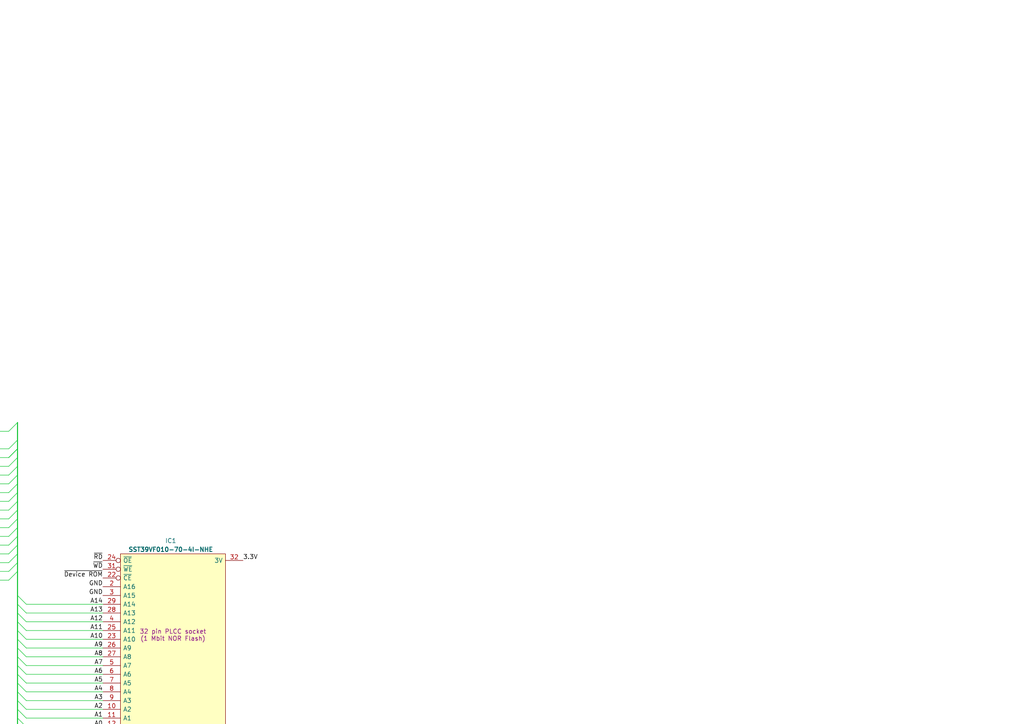
<source format=kicad_sch>
(kicad_sch (version 20230121) (generator eeschema)
  (paper "A4")
  (lib_symbols
    (symbol "Connector:Conn_01x40_Pin" (pin_names (offset 1.016) hide)
      (property "Reference" "J" (at 0 50.8 0))
      (property "Value" "Conn_01x40_Pin" (at 0 -53.34 0))
      (symbol "Conn_01x40_Pin_1_1"
        (polyline (pts (xy 1.27 -50.8) (xy 0.8636 -50.8)) (stroke (width 0.1524)))
        (polyline (pts (xy 1.27 -48.26) (xy 0.8636 -48.26)) (stroke (width 0.1524)))
        (polyline (pts (xy 1.27 -45.72) (xy 0.8636 -45.72)) (stroke (width 0.1524)))
        (polyline (pts (xy 1.27 -43.18) (xy 0.8636 -43.18)) (stroke (width 0.1524)))
        (polyline (pts (xy 1.27 -40.64) (xy 0.8636 -40.64)) (stroke (width 0.1524)))
        (polyline (pts (xy 1.27 -38.1) (xy 0.8636 -38.1)) (stroke (width 0.1524)))
        (polyline (pts (xy 1.27 -35.56) (xy 0.8636 -35.56)) (stroke (width 0.1524)))
        (polyline (pts (xy 1.27 -33.02) (xy 0.8636 -33.02)) (stroke (width 0.1524)))
        (polyline (pts (xy 1.27 -30.48) (xy 0.8636 -30.48)) (stroke (width 0.1524)))
        (polyline (pts (xy 1.27 -27.94) (xy 0.8636 -27.94)) (stroke (width 0.1524)))
        (polyline (pts (xy 1.27 -25.4) (xy 0.8636 -25.4)) (stroke (width 0.1524)))
        (polyline (pts (xy 1.27 -22.86) (xy 0.8636 -22.86)) (stroke (width 0.1524)))
        (polyline (pts (xy 1.27 -20.32) (xy 0.8636 -20.32)) (stroke (width 0.1524)))
        (polyline (pts (xy 1.27 -17.78) (xy 0.8636 -17.78)) (stroke (width 0.1524)))
        (polyline (pts (xy 1.27 -15.24) (xy 0.8636 -15.24)) (stroke (width 0.1524)))
        (polyline (pts (xy 1.27 -12.7) (xy 0.8636 -12.7)) (stroke (width 0.1524)))
        (polyline (pts (xy 1.27 -10.16) (xy 0.8636 -10.16)) (stroke (width 0.1524)))
        (polyline (pts (xy 1.27 -7.62) (xy 0.8636 -7.62)) (stroke (width 0.1524)))
        (polyline (pts (xy 1.27 -5.08) (xy 0.8636 -5.08)) (stroke (width 0.1524)))
        (polyline (pts (xy 1.27 -2.54) (xy 0.8636 -2.54)) (stroke (width 0.1524)))
        (polyline (pts (xy 1.27 0) (xy 0.8636 0)) (stroke (width 0.1524)))
        (polyline (pts (xy 1.27 2.54) (xy 0.8636 2.54)) (stroke (width 0.1524)))
        (polyline (pts (xy 1.27 5.08) (xy 0.8636 5.08)) (stroke (width 0.1524)))
        (polyline (pts (xy 1.27 7.62) (xy 0.8636 7.62)) (stroke (width 0.1524)))
        (polyline (pts (xy 1.27 10.16) (xy 0.8636 10.16)) (stroke (width 0.1524)))
        (polyline (pts (xy 1.27 12.7) (xy 0.8636 12.7)) (stroke (width 0.1524)))
        (polyline (pts (xy 1.27 15.24) (xy 0.8636 15.24)) (stroke (width 0.1524)))
        (polyline (pts (xy 1.27 17.78) (xy 0.8636 17.78)) (stroke (width 0.1524)))
        (polyline (pts (xy 1.27 20.32) (xy 0.8636 20.32)) (stroke (width 0.1524)))
        (polyline (pts (xy 1.27 22.86) (xy 0.8636 22.86)) (stroke (width 0.1524)))
        (polyline (pts (xy 1.27 25.4) (xy 0.8636 25.4)) (stroke (width 0.1524)))
        (polyline (pts (xy 1.27 27.94) (xy 0.8636 27.94)) (stroke (width 0.1524)))
        (polyline (pts (xy 1.27 30.48) (xy 0.8636 30.48)) (stroke (width 0.1524)))
        (polyline (pts (xy 1.27 33.02) (xy 0.8636 33.02)) (stroke (width 0.1524)))
        (polyline (pts (xy 1.27 35.56) (xy 0.8636 35.56)) (stroke (width 0.1524)))
        (polyline (pts (xy 1.27 38.1) (xy 0.8636 38.1)) (stroke (width 0.1524)))
        (polyline (pts (xy 1.27 40.64) (xy 0.8636 40.64)) (stroke (width 0.1524)))
        (polyline (pts (xy 1.27 43.18) (xy 0.8636 43.18)) (stroke (width 0.1524)))
        (polyline (pts (xy 1.27 45.72) (xy 0.8636 45.72)) (stroke (width 0.1524)))
        (polyline (pts (xy 1.27 48.26) (xy 0.8636 48.26)) (stroke (width 0.1524)))
        (rectangle (start 0.8636 -50.673) (end 0 -50.927) (stroke (width 0.1524)) (fill (type outline)))
        (rectangle (start 0.8636 -48.133) (end 0 -48.387) (stroke (width 0.1524)) (fill (type outline)))
        (rectangle (start 0.8636 -45.593) (end 0 -45.847) (stroke (width 0.1524)) (fill (type outline)))
        (rectangle (start 0.8636 -43.053) (end 0 -43.307) (stroke (width 0.1524)) (fill (type outline)))
        (rectangle (start 0.8636 -40.513) (end 0 -40.767) (stroke (width 0.1524)) (fill (type outline)))
        (rectangle (start 0.8636 -37.973) (end 0 -38.227) (stroke (width 0.1524)) (fill (type outline)))
        (rectangle (start 0.8636 -35.433) (end 0 -35.687) (stroke (width 0.1524)) (fill (type outline)))
        (rectangle (start 0.8636 -32.893) (end 0 -33.147) (stroke (width 0.1524)) (fill (type outline)))
        (rectangle (start 0.8636 -30.353) (end 0 -30.607) (stroke (width 0.1524)) (fill (type outline)))
        (rectangle (start 0.8636 -27.813) (end 0 -28.067) (stroke (width 0.1524)) (fill (type outline)))
        (rectangle (start 0.8636 -25.273) (end 0 -25.527) (stroke (width 0.1524)) (fill (type outline)))
        (rectangle (start 0.8636 -22.733) (end 0 -22.987) (stroke (width 0.1524)) (fill (type outline)))
        (rectangle (start 0.8636 -20.193) (end 0 -20.447) (stroke (width 0.1524)) (fill (type outline)))
        (rectangle (start 0.8636 -17.653) (end 0 -17.907) (stroke (width 0.1524)) (fill (type outline)))
        (rectangle (start 0.8636 -15.113) (end 0 -15.367) (stroke (width 0.1524)) (fill (type outline)))
        (rectangle (start 0.8636 -12.573) (end 0 -12.827) (stroke (width 0.1524)) (fill (type outline)))
        (rectangle (start 0.8636 -10.033) (end 0 -10.287) (stroke (width 0.1524)) (fill (type outline)))
        (rectangle (start 0.8636 -7.493) (end 0 -7.747) (stroke (width 0.1524)) (fill (type outline)))
        (rectangle (start 0.8636 -4.953) (end 0 -5.207) (stroke (width 0.1524)) (fill (type outline)))
        (rectangle (start 0.8636 -2.413) (end 0 -2.667) (stroke (width 0.1524)) (fill (type outline)))
        (rectangle (start 0.8636 0.127) (end 0 -0.127) (stroke (width 0.1524)) (fill (type outline)))
        (rectangle (start 0.8636 2.667) (end 0 2.413) (stroke (width 0.1524)) (fill (type outline)))
        (rectangle (start 0.8636 5.207) (end 0 4.953) (stroke (width 0.1524)) (fill (type outline)))
        (rectangle (start 0.8636 7.747) (end 0 7.493) (stroke (width 0.1524)) (fill (type outline)))
        (rectangle (start 0.8636 10.287) (end 0 10.033) (stroke (width 0.1524)) (fill (type outline)))
        (rectangle (start 0.8636 12.827) (end 0 12.573) (stroke (width 0.1524)) (fill (type outline)))
        (rectangle (start 0.8636 15.367) (end 0 15.113) (stroke (width 0.1524)) (fill (type outline)))
        (rectangle (start 0.8636 17.907) (end 0 17.653) (stroke (width 0.1524)) (fill (type outline)))
        (rectangle (start 0.8636 20.447) (end 0 20.193) (stroke (width 0.1524)) (fill (type outline)))
        (rectangle (start 0.8636 22.987) (end 0 22.733) (stroke (width 0.1524)) (fill (type outline)))
        (rectangle (start 0.8636 25.527) (end 0 25.273) (stroke (width 0.1524)) (fill (type outline)))
        (rectangle (start 0.8636 28.067) (end 0 27.813) (stroke (width 0.1524)) (fill (type outline)))
        (rectangle (start 0.8636 30.607) (end 0 30.353) (stroke (width 0.1524)) (fill (type outline)))
        (rectangle (start 0.8636 33.147) (end 0 32.893) (stroke (width 0.1524)) (fill (type outline)))
        (rectangle (start 0.8636 35.687) (end 0 35.433) (stroke (width 0.1524)) (fill (type outline)))
        (rectangle (start 0.8636 38.227) (end 0 37.973) (stroke (width 0.1524)) (fill (type outline)))
        (rectangle (start 0.8636 40.767) (end 0 40.513) (stroke (width 0.1524)) (fill (type outline)))
        (rectangle (start 0.8636 43.307) (end 0 43.053) (stroke (width 0.1524)) (fill (type outline)))
        (rectangle (start 0.8636 45.847) (end 0 45.593) (stroke (width 0.1524)) (fill (type outline)))
        (rectangle (start 0.8636 48.387) (end 0 48.133) (stroke (width 0.1524)) (fill (type outline)))
        (pin passive line (at 5.08 48.26 180) (length 3.81) (name "Pin_1") (number "1"))
        (pin passive line (at 5.08 25.4 180) (length 3.81) (name "Pin_10") (number "10"))
        (pin passive line (at 5.08 22.86 180) (length 3.81) (name "Pin_11") (number "11"))
        (pin passive line (at 5.08 20.32 180) (length 3.81) (name "Pin_12") (number "12"))
        (pin passive line (at 5.08 17.78 180) (length 3.81) (name "Pin_13") (number "13"))
        (pin passive line (at 5.08 15.24 180) (length 3.81) (name "Pin_14") (number "14"))
        (pin passive line (at 5.08 12.7 180) (length 3.81) (name "Pin_15") (number "15"))
        (pin passive line (at 5.08 10.16 180) (length 3.81) (name "Pin_16") (number "16"))
        (pin passive line (at 5.08 7.62 180) (length 3.81) (name "Pin_17") (number "17"))
        (pin passive line (at 5.08 5.08 180) (length 3.81) (name "Pin_18") (number "18"))
        (pin passive line (at 5.08 2.54 180) (length 3.81) (name "Pin_19") (number "19"))
        (pin passive line (at 5.08 45.72 180) (length 3.81) (name "Pin_2") (number "2"))
        (pin passive line (at 5.08 0 180) (length 3.81) (name "Pin_20") (number "20"))
        (pin passive line (at 5.08 -2.54 180) (length 3.81) (name "Pin_21") (number "21"))
        (pin passive line (at 5.08 -5.08 180) (length 3.81) (name "Pin_22") (number "22"))
        (pin passive line (at 5.08 -7.62 180) (length 3.81) (name "Pin_23") (number "23"))
        (pin passive line (at 5.08 -10.16 180) (length 3.81) (name "Pin_24") (number "24"))
        (pin passive line (at 5.08 -12.7 180) (length 3.81) (name "Pin_25") (number "25"))
        (pin passive line (at 5.08 -15.24 180) (length 3.81) (name "Pin_26") (number "26"))
        (pin passive line (at 5.08 -17.78 180) (length 3.81) (name "Pin_27") (number "27"))
        (pin passive line (at 5.08 -20.32 180) (length 3.81) (name "Pin_28") (number "28"))
        (pin passive line (at 5.08 -22.86 180) (length 3.81) (name "Pin_29") (number "29"))
        (pin passive line (at 5.08 43.18 180) (length 3.81) (name "Pin_3") (number "3"))
        (pin passive line (at 5.08 -25.4 180) (length 3.81) (name "Pin_30") (number "30"))
        (pin passive line (at 5.08 -27.94 180) (length 3.81) (name "Pin_31") (number "31"))
        (pin passive line (at 5.08 -30.48 180) (length 3.81) (name "Pin_32") (number "32"))
        (pin passive line (at 5.08 -33.02 180) (length 3.81) (name "Pin_33") (number "33"))
        (pin passive line (at 5.08 -35.56 180) (length 3.81) (name "Pin_34") (number "34"))
        (pin passive line (at 5.08 -38.1 180) (length 3.81) (name "Pin_35") (number "35"))
        (pin passive line (at 5.08 -40.64 180) (length 3.81) (name "Pin_36") (number "36"))
        (pin passive line (at 5.08 -43.18 180) (length 3.81) (name "Pin_37") (number "37"))
        (pin passive line (at 5.08 -45.72 180) (length 3.81) (name "Pin_38") (number "38"))
        (pin passive line (at 5.08 -48.26 180) (length 3.81) (name "Pin_39") (number "39"))
        (pin passive line (at 5.08 40.64 180) (length 3.81) (name "Pin_4") (number "4"))
        (pin passive line (at 5.08 -50.8 180) (length 3.81) (name "Pin_40") (number "40"))
        (pin passive line (at 5.08 38.1 180) (length 3.81) (name "Pin_5") (number "5"))
        (pin passive line (at 5.08 35.56 180) (length 3.81) (name "Pin_6") (number "6"))
        (pin passive line (at 5.08 33.02 180) (length 3.81) (name "Pin_7") (number "7"))
        (pin passive line (at 5.08 30.48 180) (length 3.81) (name "Pin_8") (number "8"))
        (pin passive line (at 5.08 27.94 180) (length 3.81) (name "Pin_9") (number "9"))
      )
    )
    (symbol "Device:NetTie_2" (pin_numbers hide) (pin_names (offset 0) hide) (in_bom no)
      (property "Reference" "NT" (at 0 1.27 0))
      (property "Value" "NetTie_2" (at 0 -1.27 0))
      (symbol "NetTie_2_0_1"
        (polyline (pts (xy -1.27 0) (xy 1.27 0)) (stroke (width 0.254)))
      )
      (symbol "NetTie_2_1_1"
        (pin passive line (at -2.54 0 0) (length 2.54) (name "1") (number "1"))
        (pin passive line (at 2.54 0 180) (length 2.54) (name "2") (number "2"))
      )
    )
    (symbol "Device_Decode_Stage_A_1"
      (property "Reference" "B" (at 15.875 5.08 0))
      (property "Value" "Device Decode Stage A" (at 15.24 3.175 0))
      (property "Description" "Device Decode Stage A" (at 15.24 -22.86 0))
      (symbol "Device_Decode_Stage_A_1_0_1"
        (polyline (pts (xy 0 1.905) (xy 30.48 1.905) (xy 30.48 -45.085) (xy 0 -45.085) (xy 0 1.905)) (stroke (width 0.1524)) (fill (type background)))
      )
      (symbol "Device_Decode_Stage_A_1_1_0"
        (pin output line (at 35.56 -35.56 180) (length 5.08) (name "Reset_{OUT}") (number "18"))
        (pin output line (at 35.56 -33.02 180) (length 5.08) (name "~{Reset}_{OUT}") (number "19"))
        (pin output inverted (at 35.56 -27.94 180) (length 5.08) (name "~{A3}") (number "20"))
        (pin passive line (at 35.56 -7.62 180) (length 5.08) hide (name "GND") (number "28"))
      )
      (symbol "Device_Decode_Stage_A_1_1_1"
        (pin passive line (at -5.08 -40.64 0) (length 5.08) hide (name "5V") (number "1"))
        (pin input line (at -5.08 -20.32 0) (length 5.08) (name "A10") (number "10"))
        (pin input line (at -5.08 -25.4 0) (length 5.08) (name "A4") (number "11"))
        (pin passive line (at 35.56 -2.54 180) (length 5.08) hide (name "GND") (number "12"))
        (pin input line (at -5.08 -27.94 0) (length 5.08) (name "A3") (number "13"))
        (pin no_connect inverted (at 35.56 -10.16 180) (length 5.08) hide (name "N.C.") (number "14"))
        (pin input line (at -5.08 -33.02 0) (length 5.08) (name "~{Reset}_{IN}") (number "15"))
        (pin no_connect inverted (at 35.56 -20.32 180) (length 5.08) hide (name "N.C.") (number "16"))
        (pin passive line (at -5.08 -43.18 0) (length 5.08) hide (name "5V") (number "17"))
        (pin input inverted (at -5.08 0 0) (length 5.08) (name "~{Device_Select}") (number "2"))
        (pin passive line (at 35.56 -5.08 180) (length 5.08) hide (name "GND") (number "21"))
        (pin output inverted (at 35.56 -25.4 180) (length 5.08) (name "~{A4}") (number "22"))
        (pin output inverted (at 35.56 -12.7 180) (length 5.08) (name "~{Device_RAM}") (number "23"))
        (pin output inverted (at 35.56 -15.24 180) (length 5.08) (name "~{Device_Registers}") (number "24"))
        (pin output inverted (at 35.56 -17.78 180) (length 5.08) (name "~{Device_ROM}") (number "25"))
        (pin no_connect inverted (at -5.08 -30.48 0) (length 5.08) hide (name "N.C.") (number "26"))
        (pin no_connect inverted (at 35.56 -30.48 180) (length 5.08) hide (name "N.C.") (number "27"))
        (pin no_connect inverted (at -5.08 -35.56 0) (length 5.08) hide (name "N.C.") (number "29"))
        (pin input line (at -5.08 -5.08 0) (length 5.08) (name "A16") (number "3"))
        (pin no_connect inverted (at 35.56 -40.64 180) (length 5.08) hide (name "N.C.") (number "30"))
        (pin no_connect inverted (at 35.56 -38.1 180) (length 5.08) hide (name "N.C.") (number "31"))
        (pin no_connect inverted (at 35.56 -43.18 180) (length 5.08) hide (name "N.C.") (number "32"))
        (pin input line (at -5.08 -7.62 0) (length 5.08) (name "A15") (number "4"))
        (pin passive line (at 35.56 0 180) (length 5.08) hide (name "GND") (number "5"))
        (pin input line (at -5.08 -10.16 0) (length 5.08) (name "A14") (number "6"))
        (pin input line (at -5.08 -12.7 0) (length 5.08) (name "A13") (number "7"))
        (pin input line (at -5.08 -15.24 0) (length 5.08) (name "A12") (number "8"))
        (pin input line (at -5.08 -17.78 0) (length 5.08) (name "A11") (number "9"))
      )
    )
    (symbol "Diodes_Inc:AP7365-33WG-7" (pin_names (offset 0.762))
      (property "Reference" "IC" (at 12.7 5.08 0))
      (property "Value" "AP7365-33WG-7" (at 12.7 3.175 0))
      (property "Description" "3.3V LDO voltage regulator" (at 12.7 -8.255 0))
      (symbol "AP7365-33WG-7_0_0"
        (pin passive line (at 0 0 0) (length 5.08) (name "VIN") (number "1"))
        (pin passive line (at 0 -5.08 0) (length 5.08) (name "GND") (number "2"))
        (pin input line (at 0 -2.54 0) (length 5.08) (name "EN") (number "3"))
        (pin passive line (at 25.4 -5.08 180) (length 5.08) (name "ADJ") (number "4"))
        (pin passive line (at 25.4 0 180) (length 5.08) (name "VOUT") (number "5"))
      )
      (symbol "AP7365-33WG-7_0_1"
        (polyline (pts (xy 5.08 1.905) (xy 20.32 1.905) (xy 20.32 -6.985) (xy 5.08 -6.985) (xy 5.08 1.905)) (fill (type background)))
      )
    )
    (symbol "HCP65:C_0805" (pin_numbers hide) (pin_names (offset 0.254) hide)
      (property "Reference" "C" (at 2.286 2.54 0))
      (property "Value" "?μF" (at 2.54 -2.54 0))
      (symbol "C_0805_0_1"
        (polyline (pts (xy 1.9685 -1.4605) (xy 1.9685 1.5875)) (stroke (width 0.3048)))
        (polyline (pts (xy 2.9845 -1.4605) (xy 2.9845 1.5875)) (stroke (width 0.3302)))
      )
      (symbol "C_0805_1_1"
        (pin passive line (at 0 0 0) (length 2.032) (name "~") (number "1"))
        (pin passive line (at 5.08 0 180) (length 2.032) (name "~") (number "2"))
      )
    )
    (symbol "HCP65:C_Polarized" (pin_numbers hide) (pin_names (offset 0.254))
      (property "Reference" "C" (at 0.635 2.54 0))
      (property "Description" "?μF" (at 0.635 -2.54 0))
      (symbol "C_Polarized_0_1"
        (rectangle (start -2.286 0.508) (end 2.286 1.016))
        (polyline (pts (xy -1.778 2.286) (xy -0.762 2.286)))
        (polyline (pts (xy -1.27 2.794) (xy -1.27 1.778)))
        (rectangle (start 2.286 -0.508) (end -2.286 -1.016) (fill (type outline)))
      )
      (symbol "C_Polarized_1_1"
        (pin passive line (at 0 3.81 270) (length 2.794) (name "~") (number "1"))
        (pin passive line (at 0 -3.81 90) (length 2.794) (name "~") (number "2"))
      )
    )
    (symbol "HCP65:Device_Buffer"
      (property "Reference" "B" (at 15.875 5.08 0))
      (property "Value" "Device Buffer" (at 15.24 3.175 0))
      (property "Description" "Device Buffer" (at 15.24 -43.18 0))
      (symbol "Device_Buffer_0_1"
        (polyline (pts (xy 0 1.905) (xy 30.48 1.905) (xy 30.48 -93.345) (xy 0 -93.345) (xy 0 1.905)) (stroke (width 0.1524)) (fill (type background)))
      )
      (symbol "Device_Buffer_1_0"
        (pin passive line (at 35.56 -5.08 180) (length 5.08) hide (name "GND") (number "42"))
        (pin output inverted (at 35.56 -15.24 180) (length 5.08) (name "~{WD}_{OUT}") (number "53"))
        (pin output inverted (at 35.56 -12.7 180) (length 5.08) (name "~{RD}_{OUT}") (number "54"))
      )
      (symbol "Device_Buffer_1_1"
        (pin input inverted (at -5.08 -10.16 0) (length 5.08) (name "~{Device_Select}_{IN}") (number "1"))
        (pin passive line (at 35.56 0 180) (length 5.08) hide (name "GND") (number "10"))
        (pin tri_state line (at -5.08 -86.36 0) (length 5.08) (name "D0_{IN/OUT}") (number "11"))
        (pin input inverted (at -5.08 -12.7 0) (length 5.08) (name "~{RD}_{IN}") (number "12"))
        (pin input inverted (at -5.08 -15.24 0) (length 5.08) (name "~{WD}_{IN}") (number "13"))
        (pin input line (at -5.08 -17.78 0) (length 5.08) (name "S_{IN}") (number "14"))
        (pin input line (at -5.08 -20.32 0) (length 5.08) (name "A16_{IN}") (number "15"))
        (pin input line (at -5.08 -25.4 0) (length 5.08) (name "A15_{IN}") (number "16"))
        (pin input line (at -5.08 -27.94 0) (length 5.08) (name "A14_{IN}") (number "17"))
        (pin input line (at -5.08 -30.48 0) (length 5.08) (name "A13_{IN}") (number "18"))
        (pin input line (at -5.08 -33.02 0) (length 5.08) (name "A12_{IN}") (number "19"))
        (pin tri_state line (at -5.08 -68.58 0) (length 5.08) (name "D7_{IN/OUT}") (number "2"))
        (pin input line (at -5.08 -35.56 0) (length 5.08) (name "A11_{IN}") (number "20"))
        (pin input line (at -5.08 -38.1 0) (length 5.08) (name "A10_{IN}") (number "21"))
        (pin input line (at -5.08 -40.64 0) (length 5.08) (name "A9_{IN}") (number "22"))
        (pin passive line (at 35.56 -2.54 180) (length 5.08) hide (name "GND") (number "23"))
        (pin input line (at -5.08 -43.18 0) (length 5.08) (name "A8_{IN}") (number "24"))
        (pin input line (at -5.08 -45.72 0) (length 5.08) (name "A7_{IN}") (number "25"))
        (pin input line (at -5.08 -48.26 0) (length 5.08) (name "A6_{IN}") (number "26"))
        (pin input line (at -5.08 -50.8 0) (length 5.08) (name "A5_{IN}") (number "27"))
        (pin input line (at -5.08 -53.34 0) (length 5.08) (name "A4_{IN}") (number "28"))
        (pin input line (at -5.08 -55.88 0) (length 5.08) (name "A3_{IN}") (number "29"))
        (pin passive line (at -5.08 -88.9 0) (length 5.08) hide (name "5V") (number "3"))
        (pin input line (at -5.08 -58.42 0) (length 5.08) (name "A2_{IN}") (number "30"))
        (pin input line (at -5.08 -60.96 0) (length 5.08) (name "A1_{IN}") (number "31"))
        (pin input line (at -5.08 -63.5 0) (length 5.08) (name "A0_{IN}") (number "32"))
        (pin tri_state line (at 35.56 -63.5 180) (length 5.08) (name "A0") (number "33"))
        (pin tri_state line (at 35.56 -60.96 180) (length 5.08) (name "A1") (number "34"))
        (pin passive line (at -5.08 -91.44 0) (length 5.08) hide (name "5V") (number "35"))
        (pin tri_state line (at 35.56 -58.42 180) (length 5.08) (name "A2") (number "36"))
        (pin tri_state line (at 35.56 -55.88 180) (length 5.08) (name "A3") (number "37"))
        (pin tri_state line (at 35.56 -53.34 180) (length 5.08) (name "A4") (number "38"))
        (pin tri_state line (at 35.56 -50.8 180) (length 5.08) (name "A5") (number "39"))
        (pin tri_state line (at -5.08 -71.12 0) (length 5.08) (name "D6_{IN/OUT}") (number "4"))
        (pin tri_state line (at 35.56 -48.26 180) (length 5.08) (name "A6") (number "40"))
        (pin tri_state line (at 35.56 -45.72 180) (length 5.08) (name "A7") (number "41"))
        (pin tri_state line (at 35.56 -43.18 180) (length 5.08) (name "A8") (number "43"))
        (pin tri_state line (at 35.56 -40.64 180) (length 5.08) (name "A9") (number "44"))
        (pin tri_state line (at 35.56 -38.1 180) (length 5.08) (name "A10") (number "45"))
        (pin tri_state line (at 35.56 -35.56 180) (length 5.08) (name "A11") (number "46"))
        (pin tri_state line (at 35.56 -33.02 180) (length 5.08) (name "A12") (number "47"))
        (pin tri_state line (at 35.56 -30.48 180) (length 5.08) (name "A13") (number "48"))
        (pin tri_state line (at 35.56 -27.94 180) (length 5.08) (name "A14") (number "49"))
        (pin tri_state line (at -5.08 -73.66 0) (length 5.08) (name "D5_{IN/OUT}") (number "5"))
        (pin tri_state line (at 35.56 -25.4 180) (length 5.08) (name "A15") (number "50"))
        (pin output line (at 35.56 -20.32 180) (length 5.08) (name "A16") (number "51"))
        (pin output line (at 35.56 -17.78 180) (length 5.08) (name "S") (number "52"))
        (pin passive line (at 35.56 -7.62 180) (length 5.08) hide (name "GND") (number "55"))
        (pin tri_state line (at 35.56 -86.36 180) (length 5.08) (name "D0") (number "56"))
        (pin tri_state line (at 35.56 -83.82 180) (length 5.08) (name "D1") (number "57"))
        (pin tri_state line (at 35.56 -81.28 180) (length 5.08) (name "D2") (number "58"))
        (pin tri_state line (at 35.56 -78.74 180) (length 5.08) (name "D3") (number "59"))
        (pin tri_state line (at -5.08 -76.2 0) (length 5.08) (name "D4_{IN/OUT}") (number "6"))
        (pin tri_state line (at 35.56 -76.2 180) (length 5.08) (name "D4") (number "60"))
        (pin tri_state line (at 35.56 -73.66 180) (length 5.08) (name "D5") (number "61"))
        (pin tri_state line (at 35.56 -71.12 180) (length 5.08) (name "D6") (number "62"))
        (pin tri_state line (at 35.56 -68.58 180) (length 5.08) (name "D7") (number "63"))
        (pin output inverted (at 35.56 -10.16 180) (length 5.08) (name "~{Device_Select}") (number "64"))
        (pin tri_state line (at -5.08 -78.74 0) (length 5.08) (name "D3_{IN/OUT}") (number "7"))
        (pin tri_state line (at -5.08 -81.28 0) (length 5.08) (name "D2_{IN/OUT}") (number "8"))
        (pin tri_state line (at -5.08 -83.82 0) (length 5.08) (name "D1_{IN/OUT}") (number "9"))
      )
    )
    (symbol "HCP65:MountingHole_Pad" (pin_numbers hide) (pin_names (offset 1.016) hide)
      (property "Reference" "H" (at 0 4.445 0))
      (symbol "MountingHole_Pad_0_1"
        (circle (center 0 1.27) (radius 1.27) (stroke (width 1.27)))
      )
      (symbol "MountingHole_Pad_1_1"
        (pin passive line (at 0 -2.54 90) (length 2.54) (name "GND") (number "1"))
      )
    )
    (symbol "Microchip:SST39VF010-70-4I-NHE" (pin_names (offset 0.762))
      (property "Reference" "IC" (at 19.685 5.715 0))
      (property "Value" "SST39VF010-70-4I-NHE" (at 19.685 3.175 0))
      (property "Description" "32 pin PLCC socket\n(1 Mbit NOR Flash)" (at 20.32 -21.59 0))
      (symbol "SST39VF010-70-4I-NHE_0_1"
        (polyline (pts (xy 5.08 1.905) (xy 35.56 1.905) (xy 35.56 -53.34) (xy 5.08 -53.34) (xy 5.08 1.905)) (stroke (width 0.1524)) (fill (type background)))
      )
      (symbol "SST39VF010-70-4I-NHE_1_0"
        (pin passive line (at 0 -50.8 0) (length 5.08) hide (name "GND") (number "16"))
      )
      (symbol "SST39VF010-70-4I-NHE_1_1"
        (pin no_connect line (at 40.64 -5.08 180) (length 5.08) hide (name "N.C.") (number "1"))
        (pin input line (at 0 -43.18 0) (length 5.08) (name "A2") (number "10"))
        (pin input line (at 0 -45.72 0) (length 5.08) (name "A1") (number "11"))
        (pin input line (at 0 -48.26 0) (length 5.08) (name "A0") (number "12"))
        (pin tri_state line (at 29.21 -58.42 90) (length 5.08) (name "DQ0") (number "13"))
        (pin tri_state line (at 26.67 -58.42 90) (length 5.08) (name "DQ1") (number "14"))
        (pin tri_state line (at 24.13 -58.42 90) (length 5.08) (name "DQ2") (number "15"))
        (pin tri_state line (at 21.59 -58.42 90) (length 5.08) (name "DQ3") (number "17"))
        (pin tri_state line (at 19.05 -58.42 90) (length 5.08) (name "DQ4") (number "18"))
        (pin tri_state line (at 16.51 -58.42 90) (length 5.08) (name "DQ5") (number "19"))
        (pin input line (at 0 -7.62 0) (length 5.08) (name "A16") (number "2"))
        (pin tri_state line (at 13.97 -58.42 90) (length 5.08) (name "DQ6") (number "20"))
        (pin tri_state line (at 11.43 -58.42 90) (length 5.08) (name "DQ7") (number "21"))
        (pin input inverted (at 0 -5.08 0) (length 5.08) (name "~{CE}") (number "22"))
        (pin input line (at 0 -22.86 0) (length 5.08) (name "A10") (number "23"))
        (pin input inverted (at 0 0 0) (length 5.08) (name "~{OE}") (number "24"))
        (pin input line (at 0 -20.32 0) (length 5.08) (name "A11") (number "25"))
        (pin input line (at 0 -25.4 0) (length 5.08) (name "A9") (number "26"))
        (pin input line (at 0 -27.94 0) (length 5.08) (name "A8") (number "27"))
        (pin input line (at 0 -15.24 0) (length 5.08) (name "A13") (number "28"))
        (pin input line (at 0 -12.7 0) (length 5.08) (name "A14") (number "29"))
        (pin input line (at 0 -10.16 0) (length 5.08) (name "A15") (number "3"))
        (pin no_connect line (at 40.64 -2.54 180) (length 5.08) hide (name "N.C.") (number "30"))
        (pin input inverted (at 0 -2.54 0) (length 5.08) (name "~{WE}") (number "31"))
        (pin passive line (at 40.64 0 180) (length 5.08) (name "3V") (number "32"))
        (pin input line (at 0 -17.78 0) (length 5.08) (name "A12") (number "4"))
        (pin input line (at 0 -30.48 0) (length 5.08) (name "A7") (number "5"))
        (pin input line (at 0 -33.02 0) (length 5.08) (name "A6") (number "6"))
        (pin input line (at 0 -35.56 0) (length 5.08) (name "A5") (number "7"))
        (pin input line (at 0 -38.1 0) (length 5.08) (name "A4") (number "8"))
        (pin input line (at 0 -40.64 0) (length 5.08) (name "A3") (number "9"))
      )
    )
    (symbol "ST_Microelectronics:LD1117S50C" (pin_names (offset 0.762))
      (property "Reference" "IC" (at 8.255 5.08 0))
      (property "Value" "LD1117S50C" (at 8.255 3.175 0))
      (symbol "LD1117S50C_0_0"
        (pin passive line (at 6.985 -12.065 90) (length 5.08) (name "GND") (number "1"))
      )
      (symbol "LD1117S50C_0_1"
        (polyline (pts (xy 0 1.905) (xy 15.875 1.905) (xy 15.875 -6.985) (xy 0 -6.985) (xy 0 1.905)) (stroke (width 0.1524)) (fill (type background)))
      )
      (symbol "LD1117S50C_1_0"
        (pin passive line (at 20.955 0 180) (length 5.08) (name "5.0VOut") (number "2"))
        (pin passive line (at -5.08 0 0) (length 5.08) (name "15VIn") (number "3"))
        (pin no_connect line (at 9.525 -12.065 90) (length 5.08) hide (name "N.C") (number "4"))
      )
    )
  )
  (junction (at -85.725 224.79))
  (junction (at -119.38 224.79))
  (junction (at -97.155 283.21))
  (junction (at -126.365 283.21))
  (no_connect (at -86.995 168.91))
  (no_connect (at 70.485 273.05))
  (no_connect (at -19.685 122.555))
  (no_connect (at 70.485 278.13))
  (no_connect (at 70.485 280.67))
  (no_connect (at -100.965 288.29))
  (bus_entry (at 5.08 252.73) (size 2.54 2.54) (stroke (width 0) (color 24 199 56 1)))
  (bus_entry (at 5.08 177.8) (size 2.54 2.54) (stroke (width 0) (color 24 199 56 1)))
  (bus_entry (at 5.08 135.255) (size -2.54 2.54) (stroke (width 0) (color 24 199 56 1)))
  (bus_entry (at 5.08 132.715) (size -2.54 2.54) (stroke (width 0) (color 24 199 56 1)))
  (bus_entry (at 59.055 229.87) (size -2.54 2.54) (stroke (width 0) (color 36 156 255 1)))
  (bus_entry (at 5.08 182.88) (size 2.54 2.54) (stroke (width 0) (color 24 199 56 1)))
  (bus_entry (at 5.08 130.175) (size -2.54 2.54) (stroke (width 0) (color 24 199 56 1)))
  (bus_entry (at 5.08 247.65) (size 2.54 2.54) (stroke (width 0) (color 24 199 56 1)))
  (bus_entry (at 5.08 198.12) (size 2.54 2.54) (stroke (width 0) (color 24 199 56 1)))
  (bus_entry (at 48.895 229.87) (size -2.54 2.54) (stroke (width 0) (color 36 156 255 1)))
  (bus_entry (at 5.08 147.955) (size -2.54 2.54) (stroke (width 0) (color 24 199 56 1)))
  (bus_entry (at 5.08 137.795) (size -2.54 2.54) (stroke (width 0) (color 24 199 56 1)))
  (bus_entry (at 5.08 150.495) (size -2.54 2.54) (stroke (width 0) (color 24 199 56 1)))
  (bus_entry (at 5.08 270.51) (size 2.54 2.54) (stroke (width 0) (color 24 199 56 1)))
  (bus_entry (at 5.08 203.2) (size 2.54 2.54) (stroke (width 0) (color 24 199 56 1)))
  (bus_entry (at 5.08 142.875) (size -2.54 2.54) (stroke (width 0) (color 24 199 56 1)))
  (bus_entry (at 5.08 195.58) (size 2.54 2.54) (stroke (width 0) (color 24 199 56 1)))
  (bus_entry (at 5.08 158.115) (size -2.54 2.54) (stroke (width 0) (color 24 199 56 1)))
  (bus_entry (at 5.08 160.655) (size -2.54 2.54) (stroke (width 0) (color 24 199 56 1)))
  (bus_entry (at -10.795 188.595) (size 2.54 -2.54) (stroke (width 0) (color 36 156 255 1)))
  (bus_entry (at 53.975 229.87) (size -2.54 2.54) (stroke (width 0) (color 36 156 255 1)))
  (bus_entry (at -10.795 178.435) (size 2.54 -2.54) (stroke (width 0) (color 36 156 255 1)))
  (bus_entry (at -10.795 175.895) (size 2.54 -2.54) (stroke (width 0) (color 36 156 255 1)))
  (bus_entry (at 5.08 145.415) (size -2.54 2.54) (stroke (width 0) (color 24 199 56 1)))
  (bus_entry (at 5.08 187.96) (size 2.54 2.54) (stroke (width 0) (color 24 199 56 1)))
  (bus_entry (at 5.08 127.635) (size -2.54 2.54) (stroke (width 0) (color 24 199 56 1)))
  (bus_entry (at -10.795 180.975) (size 2.54 -2.54) (stroke (width 0) (color 36 156 255 1)))
  (bus_entry (at 5.08 257.81) (size 2.54 2.54) (stroke (width 0) (color 24 199 56 1)))
  (bus_entry (at 56.515 229.87) (size -2.54 2.54) (stroke (width 0) (color 36 156 255 1)))
  (bus_entry (at -10.795 173.355) (size 2.54 -2.54) (stroke (width 0) (color 36 156 255 1)))
  (bus_entry (at 5.08 205.74) (size 2.54 2.54) (stroke (width 0) (color 24 199 56 1)))
  (bus_entry (at 5.08 193.04) (size 2.54 2.54) (stroke (width 0) (color 24 199 56 1)))
  (bus_entry (at 5.08 165.735) (size -2.54 2.54) (stroke (width 0) (color 24 199 56 1)))
  (bus_entry (at 5.08 255.27) (size 2.54 2.54) (stroke (width 0) (color 24 199 56 1)))
  (bus_entry (at 5.08 190.5) (size 2.54 2.54) (stroke (width 0) (color 24 199 56 1)))
  (bus_entry (at -10.795 186.055) (size 2.54 -2.54) (stroke (width 0) (color 36 156 255 1)))
  (bus_entry (at 5.08 208.28) (size 2.54 2.54) (stroke (width 0) (color 24 199 56 1)))
  (bus_entry (at 5.08 153.035) (size -2.54 2.54) (stroke (width 0) (color 24 199 56 1)))
  (bus_entry (at 5.08 122.555) (size -2.54 2.54) (stroke (width 0) (color 24 199 56 1)))
  (bus_entry (at 41.275 229.87) (size -2.54 2.54) (stroke (width 0) (color 36 156 255 1)))
  (bus_entry (at 5.08 250.19) (size 2.54 2.54) (stroke (width 0) (color 24 199 56 1)))
  (bus_entry (at 5.08 185.42) (size 2.54 2.54) (stroke (width 0) (color 24 199 56 1)))
  (bus_entry (at 5.08 180.34) (size 2.54 2.54) (stroke (width 0) (color 24 199 56 1)))
  (bus_entry (at 5.08 260.35) (size 2.54 2.54) (stroke (width 0) (color 24 199 56 1)))
  (bus_entry (at 5.08 267.97) (size 2.54 2.54) (stroke (width 0) (color 24 199 56 1)))
  (bus_entry (at 5.08 200.66) (size 2.54 2.54) (stroke (width 0) (color 24 199 56 1)))
  (bus_entry (at -10.795 183.515) (size 2.54 -2.54) (stroke (width 0) (color 36 156 255 1)))
  (bus_entry (at 5.08 163.195) (size -2.54 2.54) (stroke (width 0) (color 24 199 56 1)))
  (bus_entry (at 5.08 140.335) (size -2.54 2.54) (stroke (width 0) (color 24 199 56 1)))
  (bus_entry (at 51.435 229.87) (size -2.54 2.54) (stroke (width 0) (color 36 156 255 1)))
  (bus_entry (at -10.795 191.135) (size 2.54 -2.54) (stroke (width 0) (color 36 156 255 1)))
  (bus_entry (at 5.08 155.575) (size -2.54 2.54) (stroke (width 0) (color 24 199 56 1)))
  (bus_entry (at 43.815 229.87) (size -2.54 2.54) (stroke (width 0) (color 36 156 255 1)))
  (bus_entry (at 46.355 229.87) (size -2.54 2.54) (stroke (width 0) (color 36 156 255 1)))
  (bus_entry (at 5.08 130.175) (size -2.54 2.54) (stroke (width 0) (color 24 199 56 1)))
  (bus_entry (at 5.08 175.26) (size 2.54 2.54) (stroke (width 0) (color 24 199 56 1)))
  (bus_entry (at 5.08 172.72) (size 2.54 2.54) (stroke (width 0) (color 24 199 56 1)))
  (wire (pts (xy 7.62 208.28) (xy 29.845 208.28)) (stroke (width 0) (color 24 199 56 1)))
  (bus (pts (xy 5.08 127.635) (xy 5.08 130.175)) (stroke (width 0) (color 24 199 56 1)))
  (wire (pts (xy -100.965 283.21) (xy -97.155 283.21)))
  (wire (pts (xy 7.62 260.35) (xy 29.845 260.35)) (stroke (width 0) (color 24 199 56 1)))
  (wire (pts (xy 43.815 229.87) (xy 43.815 220.98)) (stroke (width 0) (color 36 156 255 1)))
  (bus (pts (xy 5.08 208.28) (xy 5.08 247.65)) (stroke (width 0) (color 24 199 56 1)))
  (bus (pts (xy 46.355 232.41) (xy 43.815 232.41)) (stroke (width 0) (color 36 156 255 1)))
  (wire (pts (xy -141.605 283.21) (xy -141.605 288.29)))
  (wire (pts (xy 51.435 229.87) (xy 51.435 220.98)) (stroke (width 0) (color 36 156 255 1)))
  (bus (pts (xy -8.255 188.595) (xy -8.255 232.41)) (stroke (width 0) (color 36 156 255 1)))
  (bus (pts (xy 5.08 142.875) (xy 5.08 140.335)) (stroke (width 0) (color 24 199 56 1)))
  (wire (pts (xy -80.01 224.79) (xy -85.725 224.79)))
  (wire (pts (xy 2.54 155.575) (xy -19.685 155.575)) (stroke (width 0) (color 24 199 56 1)))
  (wire (pts (xy 48.895 229.87) (xy 48.895 220.98)) (stroke (width 0) (color 36 156 255 1)))
  (wire (pts (xy -86.995 168.91) (xy -88.9 168.91)))
  (wire (pts (xy 7.62 187.96) (xy 29.845 187.96)) (stroke (width 0) (color 24 199 56 1)))
  (wire (pts (xy 7.62 270.51) (xy 29.845 270.51)) (stroke (width 0) (color 24 199 56 1)))
  (bus (pts (xy 5.08 203.2) (xy 5.08 205.74)) (stroke (width 0) (color 24 199 56 1)))
  (bus (pts (xy 5.08 190.5) (xy 5.08 193.04)) (stroke (width 0) (color 24 199 56 1)))
  (wire (pts (xy 2.54 158.115) (xy -19.685 158.115)) (stroke (width 0) (color 24 199 56 1)))
  (bus (pts (xy 5.08 257.81) (xy 5.08 260.35)) (stroke (width 0) (color 24 199 56 1)))
  (bus (pts (xy 43.815 232.41) (xy 41.275 232.41)) (stroke (width 0) (color 36 156 255 1)))
  (bus (pts (xy 5.08 187.96) (xy 5.08 190.5)) (stroke (width 0) (color 24 199 56 1)))
  (wire (pts (xy 2.54 140.335) (xy -19.685 140.335)) (stroke (width 0) (color 24 199 56 1)))
  (wire (pts (xy -119.38 236.855) (xy -119.38 232.41)))
  (bus (pts (xy 5.08 200.66) (xy 5.08 203.2)) (stroke (width 0) (color 24 199 56 1)))
  (wire (pts (xy 7.62 177.8) (xy 29.845 177.8)) (stroke (width 0) (color 24 199 56 1)))
  (bus (pts (xy 5.08 185.42) (xy 5.08 182.88)) (stroke (width 0) (color 24 199 56 1)))
  (bus (pts (xy -8.255 175.895) (xy -8.255 173.355)) (stroke (width 0) (color 36 156 255 1)))
  (bus (pts (xy 5.08 252.73) (xy 5.08 255.27)) (stroke (width 0) (color 24 199 56 1)))
  (wire (pts (xy -119.38 224.79) (xy -115.57 224.79)))
  (bus (pts (xy 5.08 150.495) (xy 5.08 153.035)) (stroke (width 0) (color 24 199 56 1)))
  (bus (pts (xy 5.08 172.72) (xy 5.08 175.26)) (stroke (width 0) (color 24 199 56 1)))
  (bus (pts (xy 48.895 232.41) (xy 46.355 232.41)) (stroke (width 0) (color 36 156 255 1)))
  (bus (pts (xy 5.08 160.655) (xy 5.08 163.195)) (stroke (width 0) (color 24 199 56 1)))
  (wire (pts (xy 2.54 135.255) (xy -19.685 135.255)) (stroke (width 0) (color 24 199 56 1)))
  (bus (pts (xy 41.275 232.41) (xy 38.735 232.41)) (stroke (width 0) (color 36 156 255 1)))
  (wire (pts (xy -10.795 173.355) (xy -19.685 173.355)) (stroke (width 0) (color 36 156 255 1)))
  (wire (pts (xy 7.62 195.58) (xy 29.845 195.58)) (stroke (width 0) (color 24 199 56 1)))
  (wire (pts (xy 7.62 210.82) (xy 29.845 210.82)) (stroke (width 0) (color 24 199 56 1)))
  (bus (pts (xy 5.08 255.27) (xy 5.08 257.81)) (stroke (width 0) (color 24 199 56 1)))
  (bus (pts (xy -8.255 173.355) (xy -8.255 170.815)) (stroke (width 0) (color 36 156 255 1)))
  (wire (pts (xy 46.355 229.87) (xy 46.355 220.98)) (stroke (width 0) (color 36 156 255 1)))
  (wire (pts (xy 56.515 229.87) (xy 56.515 220.98)) (stroke (width 0) (color 36 156 255 1)))
  (wire (pts (xy 53.975 229.87) (xy 53.975 220.98)) (stroke (width 0) (color 36 156 255 1)))
  (wire (pts (xy 7.62 203.2) (xy 29.845 203.2)) (stroke (width 0) (color 24 199 56 1)))
  (wire (pts (xy -85.725 224.79) (xy -89.535 224.79)))
  (wire (pts (xy 7.62 200.66) (xy 29.845 200.66)) (stroke (width 0) (color 24 199 56 1)))
  (wire (pts (xy 7.62 175.26) (xy 29.845 175.26)) (stroke (width 0) (color 24 199 56 1)))
  (wire (pts (xy 7.62 182.88) (xy 29.845 182.88)) (stroke (width 0) (color 24 199 56 1)))
  (wire (pts (xy 2.54 150.495) (xy -19.685 150.495)) (stroke (width 0) (color 24 199 56 1)))
  (bus (pts (xy 5.08 250.19) (xy 5.08 252.73)) (stroke (width 0) (color 24 199 56 1)))
  (wire (pts (xy 2.54 142.875) (xy -19.685 142.875)) (stroke (width 0) (color 24 199 56 1)))
  (wire (pts (xy -10.795 186.055) (xy -19.685 186.055)) (stroke (width 0) (color 36 156 255 1)))
  (bus (pts (xy 5.08 267.97) (xy 5.08 270.51)) (stroke (width 0) (color 24 199 56 1)))
  (wire (pts (xy 7.62 193.04) (xy 29.845 193.04)) (stroke (width 0) (color 24 199 56 1)))
  (wire (pts (xy 59.055 229.87) (xy 59.055 220.98)) (stroke (width 0) (color 36 156 255 1)))
  (wire (pts (xy -97.155 288.29) (xy -97.155 283.21)))
  (bus (pts (xy 5.08 155.575) (xy 5.08 158.115)) (stroke (width 0) (color 24 199 56 1)))
  (wire (pts (xy 7.62 273.05) (xy 29.845 273.05)) (stroke (width 0) (color 24 199 56 1)))
  (bus (pts (xy -8.255 183.515) (xy -8.255 180.975)) (stroke (width 0) (color 36 156 255 1)))
  (wire (pts (xy 2.54 163.195) (xy -19.685 163.195)) (stroke (width 0) (color 24 199 56 1)))
  (wire (pts (xy 7.62 198.12) (xy 29.845 198.12)) (stroke (width 0) (color 24 199 56 1)))
  (wire (pts (xy 2.54 160.655) (xy -19.685 160.655)) (stroke (width 0) (color 24 199 56 1)))
  (wire (pts (xy -10.795 178.435) (xy -19.685 178.435)) (stroke (width 0) (color 36 156 255 1)))
  (bus (pts (xy 5.08 158.115) (xy 5.08 160.655)) (stroke (width 0) (color 24 199 56 1)))
  (bus (pts (xy 51.435 232.41) (xy 48.895 232.41)) (stroke (width 0) (color 36 156 255 1)))
  (bus (pts (xy 5.08 165.735) (xy 5.08 172.72)) (stroke (width 0) (color 24 199 56 1)))
  (bus (pts (xy 5.08 177.8) (xy 5.08 180.34)) (stroke (width 0) (color 24 199 56 1)))
  (wire (pts (xy 7.62 190.5) (xy 29.845 190.5)) (stroke (width 0) (color 24 199 56 1)))
  (bus (pts (xy -8.255 110.49) (xy -8.255 170.815)) (stroke (width 0) (color 36 156 255 1)))
  (bus (pts (xy 5.08 193.04) (xy 5.08 195.58)) (stroke (width 0) (color 24 199 56 1)))
  (wire (pts (xy -10.795 188.595) (xy -19.685 188.595)) (stroke (width 0) (color 36 156 255 1)))
  (wire (pts (xy 7.62 185.42) (xy 29.845 185.42)) (stroke (width 0) (color 24 199 56 1)))
  (wire (pts (xy 7.62 250.19) (xy 29.845 250.19)) (stroke (width 0) (color 24 199 56 1)))
  (bus (pts (xy -8.255 180.975) (xy -8.255 178.435)) (stroke (width 0) (color 36 156 255 1)))
  (wire (pts (xy 2.54 165.735) (xy -19.685 165.735)) (stroke (width 0) (color 24 199 56 1)))
  (bus (pts (xy 5.08 135.255) (xy 5.08 137.795)) (stroke (width 0) (color 24 199 56 1)))
  (wire (pts (xy 2.54 168.275) (xy -19.685 168.275)) (stroke (width 0) (color 24 199 56 1)))
  (bus (pts (xy 5.08 122.555) (xy 5.08 127.635)) (stroke (width 0) (color 24 199 56 1)))
  (wire (pts (xy 7.62 180.34) (xy 29.845 180.34)) (stroke (width 0) (color 24 199 56 1)))
  (wire (pts (xy -124.46 224.79) (xy -119.38 224.79)))
  (wire (pts (xy -10.795 191.135) (xy -19.685 191.135)) (stroke (width 0) (color 36 156 255 1)))
  (bus (pts (xy 5.08 180.34) (xy 5.08 182.88)) (stroke (width 0) (color 24 199 56 1)))
  (bus (pts (xy 5.08 163.195) (xy 5.08 165.735)) (stroke (width 0) (color 24 199 56 1)))
  (bus (pts (xy 5.08 137.795) (xy 5.08 140.335)) (stroke (width 0) (color 24 199 56 1)))
  (wire (pts (xy -10.795 175.895) (xy -19.685 175.895)) (stroke (width 0) (color 36 156 255 1)))
  (wire (pts (xy 7.62 262.89) (xy 29.845 262.89)) (stroke (width 0) (color 24 199 56 1)))
  (bus (pts (xy 5.08 147.955) (xy 5.08 150.495)) (stroke (width 0) (color 24 199 56 1)))
  (bus (pts (xy 5.08 130.175) (xy 5.08 132.715)) (stroke (width 0) (color 24 199 56 1)))
  (bus (pts (xy 5.08 145.415) (xy 5.08 147.955)) (stroke (width 0) (color 24 199 56 1)))
  (wire (pts (xy 7.62 255.27) (xy 29.845 255.27)) (stroke (width 0) (color 24 199 56 1)))
  (wire (pts (xy 7.62 205.74) (xy 29.845 205.74)) (stroke (width 0) (color 24 199 56 1)))
  (bus (pts (xy 5.08 260.35) (xy 5.08 267.97)) (stroke (width 0) (color 24 199 56 1)))
  (wire (pts (xy 2.54 153.035) (xy -19.685 153.035)) (stroke (width 0) (color 24 199 56 1)))
  (wire (pts (xy 2.54 125.095) (xy -19.685 125.095)) (stroke (width 0) (color 24 199 56 1)))
  (wire (pts (xy 2.54 147.955) (xy -19.685 147.955)) (stroke (width 0) (color 24 199 56 1)))
  (bus (pts (xy 5.08 205.74) (xy 5.08 208.28)) (stroke (width 0) (color 24 199 56 1)))
  (wire (pts (xy 2.54 137.795) (xy -19.685 137.795)) (stroke (width 0) (color 24 199 56 1)))
  (bus (pts (xy 5.08 247.65) (xy 5.08 250.19)) (stroke (width 0) (color 24 199 56 1)))
  (bus (pts (xy -8.255 186.055) (xy -8.255 183.515)) (stroke (width 0) (color 36 156 255 1)))
  (wire (pts (xy -10.795 183.515) (xy -19.685 183.515)) (stroke (width 0) (color 36 156 255 1)))
  (bus (pts (xy 5.08 132.715) (xy 5.08 135.255)) (stroke (width 0) (color 24 199 56 1)))
  (wire (pts (xy -85.725 236.855) (xy -85.725 232.41)))
  (bus (pts (xy -8.255 232.41) (xy 38.735 232.41)) (stroke (width 0) (color 36 156 255 1)))
  (wire (pts (xy 7.62 252.73) (xy 29.845 252.73)) (stroke (width 0) (color 24 199 56 1)))
  (bus (pts (xy 5.08 175.26) (xy 5.08 177.8)) (stroke (width 0) (color 24 199 56 1)))
  (wire (pts (xy 2.54 130.175) (xy -19.685 130.175)) (stroke (width 0) (color 24 199 56 1)))
  (bus (pts (xy 56.515 232.41) (xy 53.975 232.41)) (stroke (width 0) (color 36 156 255 1)))
  (bus (pts (xy 5.08 142.875) (xy 5.08 145.415)) (stroke (width 0) (color 24 199 56 1)))
  (wire (pts (xy -97.155 283.21) (xy -92.075 283.21)))
  (wire (pts (xy -141.605 288.29) (xy -140.335 288.29)))
  (wire (pts (xy -110.49 168.91) (xy -93.98 168.91)))
  (bus (pts (xy 53.975 232.41) (xy 51.435 232.41)) (stroke (width 0) (color 36 156 255 1)))
  (bus (pts (xy 5.08 195.58) (xy 5.08 198.12)) (stroke (width 0) (color 24 199 56 1)))
  (bus (pts (xy -8.255 178.435) (xy -8.255 175.895)) (stroke (width 0) (color 36 156 255 1)))
  (bus (pts (xy 5.08 198.12) (xy 5.08 200.66)) (stroke (width 0) (color 24 199 56 1)))
  (wire (pts (xy -10.795 180.975) (xy -19.685 180.975)) (stroke (width 0) (color 36 156 255 1)))
  (bus (pts (xy 5.08 153.035) (xy 5.08 155.575)) (stroke (width 0) (color 24 199 56 1)))
  (wire (pts (xy -141.605 283.21) (xy -126.365 283.21)))
  (bus (pts (xy 5.08 185.42) (xy 5.08 187.96)) (stroke (width 0) (color 24 199 56 1)))
  (wire (pts (xy 7.62 257.81) (xy 29.845 257.81)) (stroke (width 0) (color 24 199 56 1)))
  (wire (pts (xy 2.54 145.415) (xy -19.685 145.415)) (stroke (width 0) (color 24 199 56 1)))
  (bus (pts (xy -8.255 186.055) (xy -8.255 188.595)) (stroke (width 0) (color 36 156 255 1)))
  (wire (pts (xy -126.365 283.21) (xy -126.365 285.75)))
  (wire (pts (xy 2.54 132.715) (xy -19.685 132.715)) (stroke (width 0) (color 24 199 56 1)))
  (wire (pts (xy 41.275 229.87) (xy 41.275 220.98)) (stroke (width 0) (color 36 156 255 1)))
  (label "GND" (at -135.255 288.29 0))
  (label "GND" (at 70.485 245.11 0))
  (label "~{RD}" (at 29.845 162.56 180))
  (label "D6" (at -19.685 175.895 0))
  (label "~{WD}_{IN}" (at -110.49 82.55 0))
  (label "D5_{IN{slash}OUT}" (at -60.325 178.435 180))
  (label "~{WD}" (at -19.685 120.015 0))
  (label "GND" (at 29.845 172.72 180))
  (label "A11" (at 29.845 182.88 180))
  (label "A10" (at -19.685 142.875 0))
  (label "D2" (at 53.975 220.98 270))
  (label "A8" (at 29.845 190.5 180))
  (label "GND" (at -102.87 255.27 270))
  (label "~{RD}" (at -19.685 117.475 0))
  (label "5V" (at -60.325 196.215 180))
  (label "A3" (at 29.845 203.2 180))
  (label "A2_{IN}" (at -110.49 146.05 0))
  (label "A7_{IN}" (at -110.49 130.81 0))
  (label "GND" (at 29.845 213.36 180))
  (label "A10" (at 29.845 185.42 180))
  (label "GND" (at 70.485 252.73 0))
  (label "D7_{IN{slash}OUT}" (at -60.325 173.355 180))
  (label "12V" (at -124.46 224.79 180))
  (label "A3" (at 29.845 273.05 180))
  (label "D3_{IN{slash}OUT}" (at -60.325 183.515 180))
  (label "D4" (at -19.685 180.975 0))
  (label "GND" (at -119.38 236.855 270))
  (label "A3_{IN}" (at -60.325 160.655 180))
  (label "A0_{IN}" (at -110.49 151.13 0))
  (label "GND" (at -116.84 255.27 270))
  (label "GND" (at -102.87 268.605 270))
  (label "A0" (at -19.685 168.275 0))
  (label "GND" (at -85.725 236.855 270))
  (label "PHI2_{IN}" (at -110.49 168.91 0))
  (label "A1_{IN}" (at -60.325 165.735 180))
  (label "A6" (at -19.685 153.035 0))
  (label "D3" (at -19.685 183.515 0))
  (label "D[0..7]" (at -8.255 110.49 0))
  (label "A13" (at 29.845 257.81 180))
  (label "D3" (at 51.435 220.98 270))
  (label "5V" (at -141.605 283.21 180))
  (label "D1_{IN{slash}OUT}" (at -110.49 100.33 0))
  (label "A8_{IN}" (at -110.49 128.27 0))
  (label "A9" (at 29.845 187.96 180))
  (label "~{Reset} _{IN}" (at 29.845 278.13 180))
  (label "GND" (at 70.485 247.65 0))
  (label "A16_{IN}" (at -60.325 125.095 180))
  (label "A13_{IN}" (at -60.325 135.255 180))
  (label "D2_{IN{slash}OUT}" (at -60.325 186.055 180))
  (label "D1_{IN{slash}OUT}" (at -60.325 188.595 180))
  (label "A13_{IN}" (at -110.49 115.57 0))
  (label "D1" (at 56.515 220.98 270))
  (label "GND" (at -110.49 105.41 0))
  (label "D7" (at -19.685 173.355 0))
  (label "GND" (at -116.84 268.605 270))
  (label "A11_{IN}" (at -110.49 120.65 0))
  (label "A12" (at 29.845 180.34 180))
  (label "A16" (at -19.685 125.095 0))
  (label "GND" (at -89.535 268.605 270))
  (label "~{Interrupt} _{OUT}" (at -110.49 163.83 0))
  (label "D0" (at 59.055 220.98 270))
  (label "GND" (at -103.505 236.855 270))
  (label "A12" (at -19.685 137.795 0))
  (label "A1" (at 29.845 208.28 180))
  (label "A10_{IN}" (at -110.49 123.19 0))
  (label "GND" (at -19.685 109.855 0))
  (label "A4_{IN}" (at -60.325 158.115 180))
  (label "~{CPU Address}" (at 70.485 257.81 0))
  (label "A5" (at -19.685 155.575 0))
  (label "3.3V" (at -92.075 283.21 0))
  (label "Device ~{CS}" (at -19.685 114.935 0))
  (label "A7" (at -19.685 150.495 0))
  (label "~{RD}_{IN}" (at -60.325 117.475 180))
  (label "A4_{IN}" (at -110.49 140.97 0))
  (label "D6_{IN{slash}OUT}" (at -60.325 175.895 180))
  (label "A2_{IN}" (at -60.325 163.195 180))
  (label "A14_{IN}" (at -110.49 113.03 0))
  (label "A7" (at 29.845 193.04 180))
  (label "A1" (at -19.685 165.735 0))
  (label "D4" (at 48.895 220.98 270))
  (label "A2" (at 29.845 205.74 180))
  (label "A6" (at 29.845 195.58 180))
  (label "GND" (at -60.325 122.555 180))
  (label "H0_{OUT}" (at -110.49 161.29 0))
  (label "A11" (at -19.685 140.335 0))
  (label "Device ~{CS} _{IN}" (at -60.325 114.935 180))
  (label "D7" (at 41.275 220.98 270))
  (label "5V" (at 29.845 288.29 180))
  (label "A3" (at -19.685 160.655 0))
  (label "GND" (at -110.49 158.75 0))
  (label "A13" (at -19.685 135.255 0))
  (label "A14" (at 29.845 255.27 180))
  (label "D6_{IN{slash}OUT}" (at -110.49 87.63 0))
  (label "A9_{IN}" (at -60.325 145.415 180))
  (label "~{RD}_{IN}" (at -110.49 77.47 0))
  (label "A2" (at -19.685 163.195 0))
  (label "GND" (at -19.685 112.395 0))
  (label "A12_{IN}" (at -110.49 118.11 0))
  (label "GND" (at -110.49 80.01 0))
  (label "~{Device Registers}" (at 70.485 260.35 0))
  (label "A16_{IN}" (at -110.49 107.95 0))
  (label "A14" (at -19.685 132.715 0))
  (label "A11_{IN}" (at -60.325 140.335 180))
  (label "GND" (at -19.685 107.315 0))
  (label "~{WD}" (at 29.845 165.1 180))
  (label "A14_{IN}" (at -60.325 132.715 180))
  (label "A9_{IN}" (at -110.49 125.73 0))
  (label "H1_{OUT}" (at -110.49 156.21 0))
  (label "A5" (at 29.845 198.12 180))
  (label "Device ~{CS}" (at 29.845 245.11 180))
  (label "~{Enable} _{OUT}" (at -110.49 166.37 0))
  (label "A4" (at 29.845 270.51 180))
  (label "A14" (at 29.845 175.26 180))
  (label "A10" (at 29.845 265.43 180))
  (label "D5" (at -19.685 178.435 0))
  (label "A10_{IN}" (at -60.325 142.875 180))
  (label "5V" (at -80.01 224.79 0))
  (label "5V" (at 29.845 285.75 180))
  (label "H2_{OUT}" (at -110.49 153.67 0))
  (label "D1" (at -19.685 188.595 0))
  (label "GND" (at 29.845 170.18 180))
  (label "D7_{IN{slash}OUT}" (at -110.49 85.09 0))
  (label "GND" (at -75.565 268.605 270))
  (label "D0_{IN{slash}OUT}" (at -60.325 191.135 180))
  (label "A15_{IN}" (at -60.325 130.175 180))
  (label "A9" (at -19.685 145.415 0))
  (label "A6_{IN}" (at -60.325 153.035 180))
  (label "D4_{IN{slash}OUT}" (at -60.325 180.975 180))
  (label "A4" (at 29.845 200.66 180))
  (label "A15_{IN}" (at -110.49 110.49 0))
  (label "A16" (at 29.845 250.19 180))
  (label "D5_{IN{slash}OUT}" (at -110.49 90.17 0))
  (label "A13" (at 29.845 177.8 180))
  (label "3.3V" (at 70.485 162.56 0))
  (label "D0" (at -19.685 191.135 0))
  (label "GND" (at -110.49 133.35 0))
  (label "~{Device ROM}" (at 29.845 167.64 180))
  (label "~{Device ROM}" (at 70.485 262.89 0))
  (label "5V" (at -60.325 193.675 180))
  (label "A15" (at 29.845 252.73 180))
  (label "A6_{IN}" (at -110.49 135.89 0))
  (label "GND" (at -19.685 104.775 0))
  (label "~{WD}_{IN}" (at -60.325 120.015 180))
  (label "A1_{IN}" (at -110.49 148.59 0))
  (label "A12_{IN}" (at -60.325 137.795 180))
  (label "D2" (at -19.685 186.055 0))
  (label "D3_{IN{slash}OUT}" (at -110.49 95.25 0))
  (label "12V" (at -110.49 69.85 0))
  (label "A15" (at -19.685 130.175 0))
  (label "GND" (at -126.365 288.29 180))
  (label "A12" (at 29.845 260.35 180))
  (label "D2_{IN{slash}OUT}" (at -110.49 97.79 0))
  (label "D0_{IN{slash}OUT}" (at -110.49 102.87 0))
  (label "A3_{IN}" (at -110.49 143.51 0))
  (label "Device ~{CS} _{IN}" (at -110.49 72.39 0))
  (label "A0_{IN}" (at -60.325 168.275 180))
  (label "GND" (at 70.485 250.19 0))
  (label "~{Reset} _{IN}" (at -110.49 74.93 0))
  (label "A0" (at 29.845 210.82 180))
  (label "~{A4}" (at 70.485 270.51 0))
  (label "A5_{IN}" (at -60.325 155.575 180))
  (label "A11" (at 29.845 262.89 180))
  (label "D6" (at 43.815 220.98 270))
  (label "D4_{IN{slash}OUT}" (at -110.49 92.71 0))
  (label "GND" (at -92.075 288.29 0))
  (label "A7_{IN}" (at -60.325 150.495 180))
  (label "A8" (at -19.685 147.955 0))
  (label "A4" (at -19.685 158.115 0))
  (label "D5" (at 46.355 220.98 270))
  (label "A8_{IN}" (at -60.325 147.955 180))
  (label "A5_{IN}" (at -110.49 138.43 0))
  (symbol (lib_id "HCP65:MountingHole_Pad") (at -75.565 266.065 0) (unit 1)
    (property "Reference" "H6" (at -75.565 261.62 0))
    (property "Value" "MountingHole_Pad" (effects hide))
    (property "Footprint" "HCP65_Parts:HCP65_MountingHole_M3_" (effects hide))
  )
  (symbol (lib_name "Device_Decode_Stage_A_1") (lib_id "HCP65:Device_Decode_Stage_A") (at 34.925 245.11 0) (unit 1)
    (property "Reference" "B11" (at 50.8 240.03 0))
    (property "Value" "Device Decode Stage A" (at 50.165 241.935 0) (effects (font bold)))
    (property "Footprint" "HCP65_Parts:HCP65_Device_Decode_Stage_A" (effects hide))
    (property "Silkscreen" "Device Decode Stage A" (effects hide))
    (property "Description" "Device Decode Stage A" (at 50.165 267.97 0))
  )
  (symbol (lib_id "HCP65:MountingHole_Pad") (at -116.84 266.065 0) (unit 1)
    (property "Reference" "H3" (at -116.84 261.62 0))
    (property "Value" "MountingHole_Pad" (effects hide))
    (property "Footprint" "HCP65_Parts:HCP65_MountingHole_M3_" (effects hide))
  )
  (symbol (lib_id "HCP65:MountingHole_Pad") (at -102.87 252.73 0) (unit 1)
    (property "Reference" "H2" (at -102.87 248.285 0))
    (property "Value" "MountingHole_Pad" (effects hide))
    (property "Footprint" "HCP65_Parts:HCP65_MountingHole_M3_" (effects hide))
  )
  (symbol (lib_id "HCP65:MountingHole_Pad") (at -116.84 252.73 0) (unit 1)
    (property "Reference" "H1" (at -116.84 248.285 0))
    (property "Value" "MountingHole_Pad" (effects hide))
    (property "Footprint" "HCP65_Parts:HCP65_MountingHole_M3_" (effects hide))
  )
  (symbol (lib_id "Device:NetTie_2") (at -91.44 168.91 0) (unit 1) (in_bom no)
    (property "Reference" "NT1" (at -91.44 167.64 0))
    (property "Value" "NetTie_2" (at -91.44 170.18 0))
    (property "Footprint" "NetTie:NetTie-2_SMD_Pad0.5mm" (effects hide))
  )
  (symbol (lib_id "HCP65:MountingHole_Pad") (at -102.87 266.065 0) (unit 1)
    (property "Reference" "H4" (at -102.87 261.62 0))
    (property "Value" "MountingHole_Pad" (effects hide))
    (property "Footprint" "HCP65_Parts:HCP65_MountingHole_M3_" (effects hide))
  )
  (symbol (lib_id "HCP65:C_Polarized") (at -85.725 228.6 0) (mirror y) (unit 1)
    (property "Reference" "C3" (at -81.915 229.87 90) (effects (justify left)))
    (property "Value" "C_Polarized" (effects hide))
    (property "Footprint" "Capacitor_THT:CP_Radial_D4.0mm_P2.00mm" (effects hide))
    (property "Description" "100μF" (at -86.36 231.14 0) (effects (justify left)))
  )
  (symbol (lib_id "HCP65:C_0805") (at -97.155 288.29 0) (unit 1)
    (property "Reference" "C2" (at -94.869 285.75 0))
    (property "Value" "10µF" (at -97.155 290.83 0) (effects (justify left)))
    (property "Footprint" "SamacSys_Parts:C_0805" (effects hide))
  )
  (symbol (lib_id "HCP65:C_Polarized") (at -119.38 228.6 0) (mirror y) (unit 1)
    (property "Reference" "C4" (at -115.57 229.87 90) (effects (justify left)))
    (property "Value" "C_Polarized" (effects hide))
    (property "Footprint" "Capacitor_THT:CP_Radial_D4.0mm_P2.00mm" (effects hide))
    (property "Description" "10μF" (at -120.015 231.14 0) (effects (justify left)))
  )
  (symbol (lib_id "HCP65:MountingHole_Pad") (at -89.535 266.065 0) (unit 1)
    (property "Reference" "H5" (at -89.535 261.62 0))
    (property "Value" "MountingHole_Pad" (effects hide))
    (property "Footprint" "HCP65_Parts:HCP65_MountingHole_M3_" (effects hide))
  )
  (symbol (lib_id "Diodes_Inc:AP7365-33WG-7") (at -126.365 283.21 0) (unit 1)
    (property "Reference" "IC2" (at -113.665 278.13 0))
    (property "Value" "AP7365-33WG-7" (at -113.665 280.035 0) (effects (font bold)))
    (property "Footprint" "SOT95P285X130-5N" (effects hide))
    (property "Datasheet" "https://componentsearchengine.com/Datasheets/1/AP7365-33WG-7.pdf" (effects hide))
    (property "Description" "3.3V LDO voltage regulator" (at -113.665 291.465 0))
    (property "Height" "1.3" (effects hide))
    (property "Manufacturer_Name" "Diodes Inc." (effects hide))
    (property "Manufacturer_Part_Number" "AP7365-33WG-7" (effects hide))
    (property "Mouser Part Number" "621-AP7365-33WG-7" (effects hide))
    (property "Mouser Price/Stock" "https://www.mouser.co.uk/ProductDetail/Diodes-Incorporated/AP7365-33WG-7?qs=abZ1nkZpTuOZFvxvoFPL0w%3D%3D" (effects hide))
    (property "Arrow Part Number" "AP7365-33WG-7" (effects hide))
    (property "Arrow Price/Stock" "https://www.arrow.com/en/products/ap7365-33wg-7/diodes-incorporated?region=nac" (effects hide))
    (property "Silkscreen" "AP7365" (effects hide))
  )
  (symbol (lib_id "HCP65:Device_Buffer") (at -55.245 104.775 0) (unit 1)
    (property "Reference" "B16" (at -39.37 99.695 0))
    (property "Value" "Device Buffer" (at -40.005 101.6 0) (effects (font bold)))
    (property "Footprint" "HCP65_Parts:HCP65_Device_Buffer" (effects hide))
    (property "Silkscreen" "Device Buffer" (effects hide))
    (property "Description" "Device Buffer" (at -40.005 147.955 0))
  )
  (symbol (lib_id "HCP65:C_0805") (at -140.335 288.29 0) (unit 1)
    (property "Reference" "C1" (at -138.049 285.75 0))
    (property "Value" "10µF" (at -140.335 290.83 0) (effects (justify left)))
    (property "Footprint" "SamacSys_Parts:C_0805" (effects hide))
  )
  (symbol (lib_id "Connector:Conn_01x40_Pin") (at -115.57 118.11 0) (unit 1)
    (property "Reference" "J1" (at -115.57 67.31 0))
    (property "Value" "Conn_01x40_Pin" (at -115.57 171.45 0))
    (property "Footprint" "Connector_PinHeader_2.54mm:PinHeader_1x40_P2.54mm_Vertical" (effects hide))
  )
  (symbol (lib_id "Microchip:SST39VF010-70-4I-NHE") (at 29.845 162.56 0) (unit 1)
    (property "Reference" "IC1" (at 49.53 156.845 0))
    (property "Value" "SST39VF010-70-4I-NHE" (at 49.53 159.385 0) (effects (font bold)))
    (property "Footprint" "5408803224008" (effects hide))
    (property "Description" "32 pin PLCC socket\n(1 Mbit NOR Flash)" (at 50.165 184.15 0))
    (property "Height" "8.2" (effects hide))
    (property "Manufacturer_Name" "Microchip" (effects hide))
    (property "Manufacturer_Part_Number" "SST39VF010-70-4I-NHE" (effects hide))
    (property "Silkscreen" "SST39VF010-70" (effects hide))
  )
  (symbol (lib_id "ST_Microelectronics:LD1117S50C") (at -110.49 224.79 0) (unit 1)
    (property "Reference" "IC3" (at -102.235 219.71 0))
    (property "Value" "LD1117S50C" (at -102.235 221.615 0) (effects (font bold)))
    (property "Footprint" "LD1117S33C" (effects hide))
    (property "Datasheet" "https://www.st.com/resource/en/datasheet/ld1117.pdf" (effects hide))
    (property "Description" "IC: voltage regulator; LDO, linear, fixed; 5.0V; 0.95A; SOT223; SMD" (effects hide))
    (property "Height" "1.8" (effects hide))
    (property "Manufacturer_Name" "STMicroelectronics" (effects hide))
    (property "Manufacturer_Part_Number" "LD1117S50C" (effects hide))
    (property "Silkscreen" "LD1117S50" (effects hide))
  )
)
</source>
